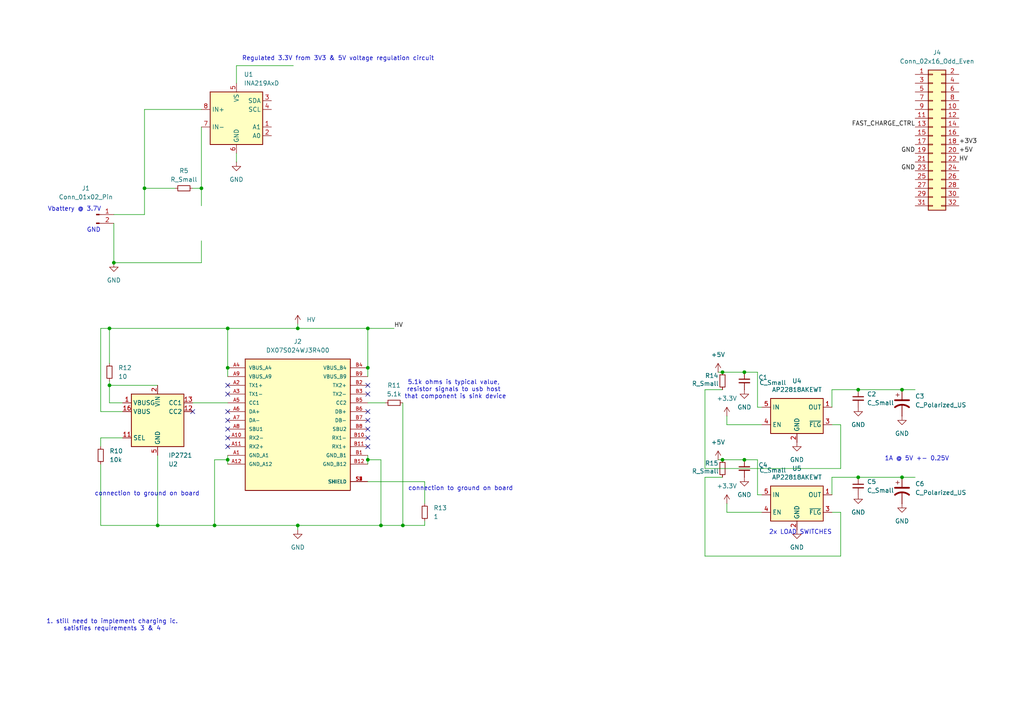
<source format=kicad_sch>
(kicad_sch (version 20250114) (generator "eeschema") (generator_version "9.0")
  (paper "A4")
  (lib_symbols
    (symbol "Connector:Conn_01x02_Pin" (pin_names (offset 1.016) (hide yes))
      (property "Reference" "J" (at 0 2.54 0))
      (property "Value" "Conn_01x02_Pin" (at 0 -5.08 0))
      (symbol "Conn_01x02_Pin_1_1"
        (rectangle (start 0.8636 0.127) (end 0 -0.127) (stroke (width 0.1524)) (fill (type outline)))
        (rectangle (start 0.8636 -2.413) (end 0 -2.667) (stroke (width 0.1524)) (fill (type outline)))
        (polyline (pts (xy 1.27 0) (xy 0.8636 0)) (stroke (width 0.1524)))
        (polyline (pts (xy 1.27 -2.54) (xy 0.8636 -2.54)) (stroke (width 0.1524)))
        (pin passive line (at 5.08 0 180) (length 3.81) (name "Pin_1") (number "1"))
        (pin passive line (at 5.08 -2.54 180) (length 3.81) (name "Pin_2") (number "2"))
      )
    )
    (symbol "Connector_Generic:Conn_02x16_Odd_Even" (pin_names (offset 1.016) (hide yes))
      (property "Reference" "J" (at 1.27 20.32 0))
      (property "Value" "Conn_02x16_Odd_Even" (at 1.27 -22.86 0))
      (symbol "Conn_02x16_Odd_Even_1_1"
        (rectangle (start -1.27 19.05) (end 3.81 -21.59) (stroke (width 0.254)) (fill (type background)))
        (rectangle (start -1.27 17.907) (end 0 17.653) (stroke (width 0.1524)))
        (rectangle (start -1.27 15.367) (end 0 15.113) (stroke (width 0.1524)))
        (rectangle (start -1.27 12.827) (end 0 12.573) (stroke (width 0.1524)))
        (rectangle (start -1.27 10.287) (end 0 10.033) (stroke (width 0.1524)))
        (rectangle (start -1.27 7.747) (end 0 7.493) (stroke (width 0.1524)))
        (rectangle (start -1.27 5.207) (end 0 4.953) (stroke (width 0.1524)))
        (rectangle (start -1.27 2.667) (end 0 2.413) (stroke (width 0.1524)))
        (rectangle (start -1.27 0.127) (end 0 -0.127) (stroke (width 0.1524)))
        (rectangle (start -1.27 -2.413) (end 0 -2.667) (stroke (width 0.1524)))
        (rectangle (start -1.27 -4.953) (end 0 -5.207) (stroke (width 0.1524)))
        (rectangle (start -1.27 -7.493) (end 0 -7.747) (stroke (width 0.1524)))
        (rectangle (start -1.27 -10.033) (end 0 -10.287) (stroke (width 0.1524)))
        (rectangle (start -1.27 -12.573) (end 0 -12.827) (stroke (width 0.1524)))
        (rectangle (start -1.27 -15.113) (end 0 -15.367) (stroke (width 0.1524)))
        (rectangle (start -1.27 -17.653) (end 0 -17.907) (stroke (width 0.1524)))
        (rectangle (start -1.27 -20.193) (end 0 -20.447) (stroke (width 0.1524)))
        (rectangle (start 3.81 17.907) (end 2.54 17.653) (stroke (width 0.1524)))
        (rectangle (start 3.81 15.367) (end 2.54 15.113) (stroke (width 0.1524)))
        (rectangle (start 3.81 12.827) (end 2.54 12.573) (stroke (width 0.1524)))
        (rectangle (start 3.81 10.287) (end 2.54 10.033) (stroke (width 0.1524)))
        (rectangle (start 3.81 7.747) (end 2.54 7.493) (stroke (width 0.1524)))
        (rectangle (start 3.81 5.207) (end 2.54 4.953) (stroke (width 0.1524)))
        (rectangle (start 3.81 2.667) (end 2.54 2.413) (stroke (width 0.1524)))
        (rectangle (start 3.81 0.127) (end 2.54 -0.127) (stroke (width 0.1524)))
        (rectangle (start 3.81 -2.413) (end 2.54 -2.667) (stroke (width 0.1524)))
        (rectangle (start 3.81 -4.953) (end 2.54 -5.207) (stroke (width 0.1524)))
        (rectangle (start 3.81 -7.493) (end 2.54 -7.747) (stroke (width 0.1524)))
        (rectangle (start 3.81 -10.033) (end 2.54 -10.287) (stroke (width 0.1524)))
        (rectangle (start 3.81 -12.573) (end 2.54 -12.827) (stroke (width 0.1524)))
        (rectangle (start 3.81 -15.113) (end 2.54 -15.367) (stroke (width 0.1524)))
        (rectangle (start 3.81 -17.653) (end 2.54 -17.907) (stroke (width 0.1524)))
        (rectangle (start 3.81 -20.193) (end 2.54 -20.447) (stroke (width 0.1524)))
        (pin passive line (at -5.08 17.78 0) (length 3.81) (name "Pin_1") (number "1"))
        (pin passive line (at -5.08 15.24 0) (length 3.81) (name "Pin_3") (number "3"))
        (pin passive line (at -5.08 12.7 0) (length 3.81) (name "Pin_5") (number "5"))
        (pin passive line (at -5.08 10.16 0) (length 3.81) (name "Pin_7") (number "7"))
        (pin passive line (at -5.08 7.62 0) (length 3.81) (name "Pin_9") (number "9"))
        (pin passive line (at -5.08 5.08 0) (length 3.81) (name "Pin_11") (number "11"))
        (pin passive line (at -5.08 2.54 0) (length 3.81) (name "Pin_13") (number "13"))
        (pin passive line (at -5.08 0 0) (length 3.81) (name "Pin_15") (number "15"))
        (pin passive line (at -5.08 -2.54 0) (length 3.81) (name "Pin_17") (number "17"))
        (pin passive line (at -5.08 -5.08 0) (length 3.81) (name "Pin_19") (number "19"))
        (pin passive line (at -5.08 -7.62 0) (length 3.81) (name "Pin_21") (number "21"))
        (pin passive line (at -5.08 -10.16 0) (length 3.81) (name "Pin_23") (number "23"))
        (pin passive line (at -5.08 -12.7 0) (length 3.81) (name "Pin_25") (number "25"))
        (pin passive line (at -5.08 -15.24 0) (length 3.81) (name "Pin_27") (number "27"))
        (pin passive line (at -5.08 -17.78 0) (length 3.81) (name "Pin_29") (number "29"))
        (pin passive line (at -5.08 -20.32 0) (length 3.81) (name "Pin_31") (number "31"))
        (pin passive line (at 7.62 17.78 180) (length 3.81) (name "Pin_2") (number "2"))
        (pin passive line (at 7.62 15.24 180) (length 3.81) (name "Pin_4") (number "4"))
        (pin passive line (at 7.62 12.7 180) (length 3.81) (name "Pin_6") (number "6"))
        (pin passive line (at 7.62 10.16 180) (length 3.81) (name "Pin_8") (number "8"))
        (pin passive line (at 7.62 7.62 180) (length 3.81) (name "Pin_10") (number "10"))
        (pin passive line (at 7.62 5.08 180) (length 3.81) (name "Pin_12") (number "12"))
        (pin passive line (at 7.62 2.54 180) (length 3.81) (name "Pin_14") (number "14"))
        (pin passive line (at 7.62 0 180) (length 3.81) (name "Pin_16") (number "16"))
        (pin passive line (at 7.62 -2.54 180) (length 3.81) (name "Pin_18") (number "18"))
        (pin passive line (at 7.62 -5.08 180) (length 3.81) (name "Pin_20") (number "20"))
        (pin passive line (at 7.62 -7.62 180) (length 3.81) (name "Pin_22") (number "22"))
        (pin passive line (at 7.62 -10.16 180) (length 3.81) (name "Pin_24") (number "24"))
        (pin passive line (at 7.62 -12.7 180) (length 3.81) (name "Pin_26") (number "26"))
        (pin passive line (at 7.62 -15.24 180) (length 3.81) (name "Pin_28") (number "28"))
        (pin passive line (at 7.62 -17.78 180) (length 3.81) (name "Pin_30") (number "30"))
        (pin passive line (at 7.62 -20.32 180) (length 3.81) (name "Pin_32") (number "32"))
      )
    )
    (symbol "DX07S024WJ3R400:DX07S024WJ3R400" (pin_names (offset 1.016))
      (property "Reference" "J" (at -15.24 21.082 0))
      (property "Value" "DX07S024WJ3R400" (at -15.24 -20.32 0))
      (symbol "DX07S024WJ3R400_0_0"
        (rectangle (start -15.24 -17.78) (end 15.24 20.32) (stroke (width 0.254)) (fill (type background)))
        (pin power_in line (at -20.32 17.78 0) (length 5.08) (name "VBUS_A4") (number "A4"))
        (pin power_in line (at -20.32 15.24 0) (length 5.08) (name "VBUS_A9") (number "A9"))
        (pin passive line (at -20.32 12.7 0) (length 5.08) (name "TX1+") (number "A2"))
        (pin passive line (at -20.32 10.16 0) (length 5.08) (name "TX1-") (number "A3"))
        (pin passive line (at -20.32 7.62 0) (length 5.08) (name "CC1") (number "A5"))
        (pin passive line (at -20.32 5.08 0) (length 5.08) (name "DA+") (number "A6"))
        (pin passive line (at -20.32 2.54 0) (length 5.08) (name "DA-") (number "A7"))
        (pin passive line (at -20.32 0 0) (length 5.08) (name "SBU1") (number "A8"))
        (pin passive line (at -20.32 -2.54 0) (length 5.08) (name "RX2-") (number "A10"))
        (pin passive line (at -20.32 -5.08 0) (length 5.08) (name "RX2+") (number "A11"))
        (pin power_in line (at -20.32 -7.62 0) (length 5.08) (name "GND_A1") (number "A1"))
        (pin power_in line (at -20.32 -10.16 0) (length 5.08) (name "GND_A12") (number "A12"))
        (pin power_in line (at 20.32 17.78 180) (length 5.08) (name "VBUS_B4") (number "B4"))
        (pin power_in line (at 20.32 15.24 180) (length 5.08) (name "VBUS_B9") (number "B9"))
        (pin passive line (at 20.32 12.7 180) (length 5.08) (name "TX2+") (number "B2"))
        (pin passive line (at 20.32 10.16 180) (length 5.08) (name "TX2-") (number "B3"))
        (pin passive line (at 20.32 7.62 180) (length 5.08) (name "CC2") (number "B5"))
        (pin passive line (at 20.32 5.08 180) (length 5.08) (name "DB+") (number "B6"))
        (pin passive line (at 20.32 2.54 180) (length 5.08) (name "DB-") (number "B7"))
        (pin passive line (at 20.32 0 180) (length 5.08) (name "SBU2") (number "B8"))
        (pin passive line (at 20.32 -2.54 180) (length 5.08) (name "RX1-") (number "B10"))
        (pin passive line (at 20.32 -5.08 180) (length 5.08) (name "RX1+") (number "B11"))
        (pin power_in line (at 20.32 -7.62 180) (length 5.08) (name "GND_B1") (number "B1"))
        (pin power_in line (at 20.32 -10.16 180) (length 5.08) (name "GND_B12") (number "B12"))
        (pin passive line (at 20.32 -15.24 180) (length 5.08) (name "SHIELD") (number "S1"))
        (pin passive line (at 20.32 -15.24 180) (length 5.08) (name "SHIELD") (number "S2"))
        (pin passive line (at 20.32 -15.24 180) (length 5.08) (name "SHIELD") (number "S3"))
        (pin passive line (at 20.32 -15.24 180) (length 5.08) (name "SHIELD") (number "S4"))
      )
    )
    (symbol "Device:C_Polarized_US" (pin_numbers (hide yes)) (pin_names (offset 0.254) (hide yes))
      (property "Reference" "C" (at 0.635 2.54 0))
      (property "Value" "C_Polarized_US" (at 0.635 -2.54 0))
      (symbol "C_Polarized_US_0_1"
        (polyline (pts (xy -2.032 0.762) (xy 2.032 0.762)) (stroke (width 0.508)))
        (polyline (pts (xy -1.778 2.286) (xy -0.762 2.286)))
        (polyline (pts (xy -1.27 1.778) (xy -1.27 2.794)))
        (arc (start -2.032 -1.27) (mid 0 -0.5572) (end 2.032 -1.27) (stroke (width 0.508)))
      )
      (symbol "C_Polarized_US_1_1"
        (pin passive line (at 0 3.81 270) (length 2.794) (name "~") (number "1"))
        (pin passive line (at 0 -3.81 90) (length 3.302) (name "~") (number "2"))
      )
    )
    (symbol "Device:C_Small" (pin_numbers (hide yes)) (pin_names (offset 0.254) (hide yes))
      (property "Reference" "C" (at 0.254 1.778 0))
      (property "Value" "C_Small" (at 0.254 -2.032 0))
      (symbol "C_Small_0_1"
        (polyline (pts (xy -1.524 0.508) (xy 1.524 0.508)) (stroke (width 0.3048)))
        (polyline (pts (xy -1.524 -0.508) (xy 1.524 -0.508)) (stroke (width 0.3302)))
      )
      (symbol "C_Small_1_1"
        (pin passive line (at 0 2.54 270) (length 2.032) (name "~") (number "1"))
        (pin passive line (at 0 -2.54 90) (length 2.032) (name "~") (number "2"))
      )
    )
    (symbol "Device:R_Small" (pin_numbers (hide yes)) (pin_names (offset 0.254) (hide yes))
      (property "Reference" "R" (at 0.762 0.508 0))
      (property "Value" "R_Small" (at 0.762 -1.016 0))
      (symbol "R_Small_0_1"
        (rectangle (start -0.762 1.778) (end 0.762 -1.778) (stroke (width 0.2032)))
      )
      (symbol "R_Small_1_1"
        (pin passive line (at 0 2.54 270) (length 0.762) (name "~") (number "1"))
        (pin passive line (at 0 -2.54 90) (length 0.762) (name "~") (number "2"))
      )
    )
    (symbol "Interface_USB:IP2721"
      (property "Reference" "U" (at 5.08 -10.16 0))
      (property "Value" "IP2721" (at 7.62 -12.7 0))
      (symbol "IP2721_0_1"
        (rectangle (start -7.62 7.62) (end 7.62 -7.62) (stroke (width 0.254)) (fill (type background)))
      )
      (symbol "IP2721_1_1"
        (pin bidirectional line (at -10.16 5.08 0) (length 2.54) (name "CC1") (number "13"))
        (pin bidirectional line (at -10.16 2.54 0) (length 2.54) (name "CC2") (number "12"))
        (pin no_connect line (at -7.62 -2.54 0) (length 2.54) (hide yes) (name "NC") (number "4"))
        (pin no_connect line (at -5.08 7.62 270) (length 2.54) (hide yes) (name "NC") (number "3"))
        (pin no_connect line (at -5.08 -7.62 90) (length 2.54) (hide yes) (name "NC") (number "9"))
        (pin no_connect line (at -2.54 7.62 270) (length 2.54) (hide yes) (name "NC") (number "6"))
        (pin no_connect line (at -2.54 -7.62 90) (length 2.54) (hide yes) (name "NC") (number "10"))
        (pin power_in line (at 0 10.16 270) (length 2.54) (name "VIN") (number "2"))
        (pin power_in line (at 0 -10.16 90) (length 2.54) (name "GND") (number "5"))
        (pin no_connect line (at 2.54 7.62 270) (length 2.54) (hide yes) (name "NC") (number "7"))
        (pin no_connect line (at 2.54 -7.62 90) (length 2.54) (hide yes) (name "NC") (number "14"))
        (pin no_connect line (at 5.08 7.62 270) (length 2.54) (hide yes) (name "NC") (number "8"))
        (pin no_connect line (at 5.08 -7.62 90) (length 2.54) (hide yes) (name "NC") (number "15"))
        (pin output line (at 10.16 5.08 180) (length 2.54) (name "VBUSG") (number "1"))
        (pin input line (at 10.16 2.54 180) (length 2.54) (name "VBUS") (number "16"))
        (pin input line (at 10.16 -5.08 180) (length 2.54) (name "SEL") (number "11"))
      )
    )
    (symbol "Power_Management:AP22818AKEWT"
      (property "Reference" "U" (at -7.62 -6.35 0))
      (property "Value" "AP22818AKEWT" (at -7.62 6.35 0))
      (symbol "AP22818AKEWT_0_1"
        (rectangle (start -7.62 5.08) (end 7.62 -5.08) (stroke (width 0.254)) (fill (type background)))
      )
      (symbol "AP22818AKEWT_1_1"
        (pin power_in line (at -10.16 2.54 0) (length 2.54) (name "IN") (number "5"))
        (pin input line (at -10.16 -2.54 0) (length 2.54) (name "EN") (number "4"))
        (pin power_in line (at 0 -7.62 90) (length 2.54) (name "GND") (number "2"))
        (pin power_out line (at 10.16 2.54 180) (length 2.54) (name "OUT") (number "1"))
        (pin open_collector line (at 10.16 -2.54 180) (length 2.54) (name "~{FLG}") (number "3"))
      )
    )
    (symbol "Sensor_Energy:INA219AxD"
      (property "Reference" "U" (at -6.35 8.89 0))
      (property "Value" "INA219AxD" (at 5.08 8.89 0))
      (symbol "INA219AxD_0_1"
        (rectangle (start -7.62 7.62) (end 7.62 -7.62) (stroke (width 0.254)) (fill (type background)))
      )
      (symbol "INA219AxD_1_1"
        (pin input line (at -10.16 2.54 0) (length 2.54) (name "IN+") (number "8"))
        (pin input line (at -10.16 -2.54 0) (length 2.54) (name "IN-") (number "7"))
        (pin power_in line (at 0 10.16 270) (length 2.54) (name "VS") (number "5"))
        (pin power_in line (at 0 -10.16 90) (length 2.54) (name "GND") (number "6"))
        (pin bidirectional line (at 10.16 5.08 180) (length 2.54) (name "SDA") (number "3"))
        (pin input line (at 10.16 2.54 180) (length 2.54) (name "SCL") (number "4"))
        (pin input line (at 10.16 -2.54 180) (length 2.54) (name "A1") (number "1"))
        (pin input line (at 10.16 -5.08 180) (length 2.54) (name "A0") (number "2"))
      )
    )
    (symbol "power:+3.3V" (power) (pin_numbers (hide yes)) (pin_names (offset 0) (hide yes))
      (property "Value" "+3.3V" (at 0 3.556 0))
      (symbol "+3.3V_0_1"
        (polyline (pts (xy -0.762 1.27) (xy 0 2.54)))
        (polyline (pts (xy 0 2.54) (xy 0.762 1.27)))
        (polyline (pts (xy 0 0) (xy 0 2.54)))
      )
      (symbol "+3.3V_1_1"
        (pin power_in line (at 0 0 90) (length 0) (name "~") (number "1"))
      )
    )
    (symbol "power:+5V" (power) (pin_numbers (hide yes)) (pin_names (offset 0) (hide yes))
      (property "Value" "+5V" (at 0 3.556 0))
      (symbol "+5V_0_1"
        (polyline (pts (xy -0.762 1.27) (xy 0 2.54)))
        (polyline (pts (xy 0 2.54) (xy 0.762 1.27)))
        (polyline (pts (xy 0 0) (xy 0 2.54)))
      )
      (symbol "+5V_1_1"
        (pin power_in line (at 0 0 90) (length 0) (name "~") (number "1"))
      )
    )
    (symbol "power:GND" (power) (pin_numbers (hide yes)) (pin_names (offset 0) (hide yes))
      (property "Value" "GND" (at 0 -3.81 0))
      (symbol "GND_0_1"
        (polyline (pts (xy 0 0) (xy 0 -1.27) (xy 1.27 -1.27) (xy 0 -2.54) (xy -1.27 -1.27) (xy 0 -1.27)))
      )
      (symbol "GND_1_1"
        (pin power_in line (at 0 0 270) (length 0) (name "~") (number "1"))
      )
    )
  )
  (text "GND" (at 27.178 66.802 0) (effects (font (size 1.27 1.27))))
  (text "connection to ground on board" (at 133.604 141.732 0) (effects (font (size 1.27 1.27))))
  (text "1A @ 5V +- 0.25V" (at 265.938 133.096 0) (effects (font (size 1.27 1.27))))
  (text "connection to ground on board" (at 42.672 143.256 0) (effects (font (size 1.27 1.27))))
  (text "Regulated 3.3V from 3V3 & 5V voltage regulation circuit" (at 98.044 17.018 0) (effects (font (size 1.27 1.27))))
  (text "Vbattery @ 3.7V" (at 21.59 60.706 0) (effects (font (size 1.27 1.27))))
  (text "1. still need to implement charging ic. \nsatisfies requirements 3 & 4 " (at 33.02 181.356 0) (effects (font (size 1.27 1.27))))
  (text "2x LOAD SWITCHES" (at 232.156 154.432 0) (effects (font (size 1.27 1.27))))
  (text "5.1k ohms is typical value, \nresistor signals to usb host \nthat component is sink device" (at 132.08 113.03 0) (effects (font (size 1.27 1.27))))
  (junction (at 66.04 106.68))
  (junction (at 209.55 107.95))
  (junction (at 41.91 54.61))
  (junction (at 215.9 133.35))
  (junction (at 106.68 133.35))
  (junction (at 261.62 138.43))
  (junction (at 31.75 95.25))
  (junction (at 31.75 111.76))
  (junction (at 116.84 152.4))
  (junction (at 66.04 133.35))
  (junction (at 58.42 54.61))
  (junction (at 62.23 152.4))
  (junction (at 106.68 106.68))
  (junction (at 66.04 95.25))
  (junction (at 86.36 95.25))
  (junction (at 33.02 76.2))
  (junction (at 106.68 95.25))
  (junction (at 86.36 152.4))
  (junction (at 248.92 113.03))
  (junction (at 261.62 113.03))
  (junction (at 248.92 138.43))
  (junction (at 45.72 152.4))
  (junction (at 215.9 107.95))
  (junction (at 209.55 133.35))
  (junction (at 110.49 152.4))
  (no_connect (at 66.04 121.92))
  (no_connect (at 55.88 119.38))
  (no_connect (at 106.68 127))
  (no_connect (at 106.68 121.92))
  (no_connect (at 106.68 111.76))
  (no_connect (at 66.04 124.46))
  (no_connect (at 66.04 114.3))
  (no_connect (at 106.68 124.46))
  (no_connect (at 66.04 119.38))
  (no_connect (at 66.04 129.54))
  (no_connect (at 106.68 119.38))
  (no_connect (at 106.68 114.3))
  (no_connect (at 66.04 127))
  (no_connect (at 66.04 111.76))
  (no_connect (at 106.68 129.54))
  (wire (pts (xy 45.72 132.08) (xy 45.72 152.4)))
  (wire (pts (xy 123.19 151.13) (xy 123.19 152.4)))
  (wire (pts (xy 86.36 152.4) (xy 110.49 152.4)))
  (wire (pts (xy 66.04 106.68) (xy 66.04 109.22)))
  (wire (pts (xy 219.71 107.95) (xy 219.71 118.11)))
  (wire (pts (xy 66.04 95.25) (xy 86.36 95.25)))
  (wire (pts (xy 110.49 133.35) (xy 106.68 133.35)))
  (wire (pts (xy 215.9 107.95) (xy 219.71 107.95)))
  (wire (pts (xy 33.02 64.77) (xy 33.02 76.2)))
  (wire (pts (xy 29.21 127) (xy 29.21 129.54)))
  (wire (pts (xy 209.55 107.95) (xy 215.9 107.95)))
  (wire (pts (xy 210.82 120.65) (xy 210.82 123.19)))
  (wire (pts (xy 58.42 54.61) (xy 55.88 54.61)))
  (wire (pts (xy 204.47 113.03) (xy 209.55 113.03)))
  (wire (pts (xy 123.19 152.4) (xy 116.84 152.4)))
  (wire (pts (xy 58.42 69.85) (xy 58.42 76.2)))
  (wire (pts (xy 106.68 133.35) (xy 106.68 134.62)))
  (wire (pts (xy 31.75 105.41) (xy 31.75 95.25)))
  (wire (pts (xy 210.82 146.05) (xy 210.82 148.59)))
  (wire (pts (xy 31.75 111.76) (xy 31.75 110.49)))
  (wire (pts (xy 243.84 123.19) (xy 243.84 135.89)))
  (wire (pts (xy 208.28 107.95) (xy 209.55 107.95)))
  (wire (pts (xy 106.68 106.68) (xy 106.68 109.22)))
  (wire (pts (xy 248.92 113.03) (xy 261.62 113.03)))
  (wire (pts (xy 116.84 116.84) (xy 116.84 152.4)))
  (wire (pts (xy 31.75 95.25) (xy 66.04 95.25)))
  (wire (pts (xy 31.75 111.76) (xy 45.72 111.76)))
  (wire (pts (xy 29.21 95.25) (xy 31.75 95.25)))
  (wire (pts (xy 210.82 148.59) (xy 220.98 148.59)))
  (wire (pts (xy 41.91 54.61) (xy 41.91 62.23)))
  (wire (pts (xy 243.84 148.59) (xy 243.84 161.29)))
  (wire (pts (xy 58.42 54.61) (xy 58.42 59.69)))
  (wire (pts (xy 86.36 93.98) (xy 86.36 95.25)))
  (wire (pts (xy 86.36 95.25) (xy 106.68 95.25)))
  (wire (pts (xy 243.84 135.89) (xy 204.47 135.89)))
  (wire (pts (xy 106.68 139.7) (xy 123.19 139.7)))
  (wire (pts (xy 204.47 161.29) (xy 204.47 138.43)))
  (wire (pts (xy 62.23 133.35) (xy 62.23 152.4)))
  (wire (pts (xy 106.68 95.25) (xy 114.3 95.25)))
  (wire (pts (xy 106.68 95.25) (xy 106.68 106.68)))
  (wire (pts (xy 261.62 138.43) (xy 265.43 138.43)))
  (wire (pts (xy 110.49 152.4) (xy 110.49 133.35)))
  (wire (pts (xy 248.92 138.43) (xy 261.62 138.43)))
  (wire (pts (xy 241.3 148.59) (xy 243.84 148.59)))
  (wire (pts (xy 241.3 118.11) (xy 241.3 113.03)))
  (wire (pts (xy 219.71 133.35) (xy 219.71 143.51)))
  (wire (pts (xy 31.75 116.84) (xy 31.75 111.76)))
  (wire (pts (xy 35.56 127) (xy 29.21 127)))
  (wire (pts (xy 66.04 95.25) (xy 66.04 106.68)))
  (wire (pts (xy 204.47 138.43) (xy 209.55 138.43)))
  (wire (pts (xy 215.9 133.35) (xy 219.71 133.35)))
  (wire (pts (xy 106.68 116.84) (xy 111.76 116.84)))
  (wire (pts (xy 29.21 134.62) (xy 29.21 152.4)))
  (wire (pts (xy 243.84 161.29) (xy 204.47 161.29)))
  (wire (pts (xy 66.04 133.35) (xy 66.04 134.62)))
  (wire (pts (xy 106.68 132.08) (xy 106.68 133.35)))
  (wire (pts (xy 55.88 116.84) (xy 66.04 116.84)))
  (wire (pts (xy 241.3 123.19) (xy 243.84 123.19)))
  (wire (pts (xy 33.02 76.2) (xy 58.42 76.2)))
  (wire (pts (xy 45.72 152.4) (xy 62.23 152.4)))
  (wire (pts (xy 29.21 119.38) (xy 29.21 95.25)))
  (wire (pts (xy 116.84 152.4) (xy 110.49 152.4)))
  (wire (pts (xy 210.82 123.19) (xy 220.98 123.19)))
  (wire (pts (xy 62.23 152.4) (xy 86.36 152.4)))
  (wire (pts (xy 66.04 133.35) (xy 62.23 133.35)))
  (wire (pts (xy 241.3 143.51) (xy 241.3 138.43)))
  (wire (pts (xy 41.91 54.61) (xy 50.8 54.61)))
  (wire (pts (xy 66.04 132.08) (xy 66.04 133.35)))
  (wire (pts (xy 35.56 119.38) (xy 29.21 119.38)))
  (wire (pts (xy 68.58 24.13) (xy 68.58 19.05)))
  (wire (pts (xy 241.3 113.03) (xy 248.92 113.03)))
  (wire (pts (xy 209.55 133.35) (xy 215.9 133.35)))
  (wire (pts (xy 261.62 113.03) (xy 265.43 113.03)))
  (wire (pts (xy 220.98 143.51) (xy 219.71 143.51)))
  (wire (pts (xy 33.02 62.23) (xy 41.91 62.23)))
  (wire (pts (xy 58.42 31.75) (xy 41.91 31.75)))
  (wire (pts (xy 35.56 116.84) (xy 31.75 116.84)))
  (wire (pts (xy 204.47 135.89) (xy 204.47 113.03)))
  (wire (pts (xy 208.28 133.35) (xy 209.55 133.35)))
  (wire (pts (xy 241.3 138.43) (xy 248.92 138.43)))
  (wire (pts (xy 58.42 36.83) (xy 58.42 54.61)))
  (wire (pts (xy 68.58 19.05) (xy 85.09 19.05)))
  (wire (pts (xy 29.21 152.4) (xy 45.72 152.4)))
  (wire (pts (xy 41.91 31.75) (xy 41.91 54.61)))
  (wire (pts (xy 220.98 118.11) (xy 219.71 118.11)))
  (wire (pts (xy 86.36 152.4) (xy 86.36 153.67)))
  (wire (pts (xy 123.19 139.7) (xy 123.19 146.05)))
  (wire (pts (xy 68.58 44.45) (xy 68.58 46.99)))
  (label "+3V3" (at 278.13 41.91 0))
  (label "HV" (at 114.3 95.25 0))
  (label "HV" (at 278.13 46.99 0))
  (label "GND" (at 265.43 49.53 180))
  (label "FAST_CHARGE_CTRL" (at 265.43 36.83 180))
  (label "+5V" (at 278.13 44.45 0))
  (label "GND" (at 265.43 44.45 180))
  (symbol (lib_id "power:+5V") (at 86.36 93.98 0) (unit 1)
    (property "Reference" "#PWR012" (effects (hide yes)))
    (property "Value" "HV" (at 88.9 92.7099 0) (effects (justify left)))
    (property "Description" "Power symbol creates a global label with name \"+5V\"" (effects (hide yes)))
  )
  (symbol (lib_id "power:+3.3V") (at 210.82 120.65 0) (unit 1)
    (property "Reference" "#PWR016" (effects (hide yes)))
    (property "Value" "+3.3V" (at 210.82 115.57 0))
    (property "Description" "Power symbol creates a global label with name \"+3.3V\"" (effects (hide yes)))
  )
  (symbol (lib_id "power:GND") (at 231.14 153.67 0) (unit 1)
    (property "Reference" "#PWR015" (effects (hide yes)))
    (property "Value" "GND" (at 231.14 158.75 0))
    (property "Description" "Power symbol creates a global label with name \"GND\" , ground" (effects (hide yes)))
  )
  (symbol (lib_id "Device:C_Polarized_US") (at 261.62 142.24 0) (unit 1)
    (property "Reference" "C6" (at 265.43 140.3349 0) (effects (justify left)))
    (property "Value" "C_Polarized_US" (at 265.43 142.8749 0) (effects (justify left)))
    (property "Description" "Polarized capacitor, US symbol" (effects (hide yes)))
  )
  (symbol (lib_id "Device:R_Small") (at 123.19 148.59 180) (unit 1)
    (property "Reference" "R13" (at 125.73 147.3199 0) (effects (justify right)))
    (property "Value" "1" (at 125.73 149.8599 0) (effects (justify right)))
    (property "Description" "Resistor, small symbol" (effects (hide yes)))
  )
  (symbol (lib_id "Power_Management:AP22818AKEWT") (at 231.14 120.65 0) (unit 1)
    (property "Reference" "U4" (at 231.14 110.49 0))
    (property "Value" "AP22818AKEWT" (at 231.14 113.03 0))
    (property "Footprint" "Package_TO_SOT_SMD:SOT-23-5" (effects (hide yes)))
    (property "Datasheet" "https://www.diodes.com/assets/Datasheets/AP22816_17_18.pdf" (effects (hide yes)))
    (property "Description" "Current limited 2.0A power switch, single channel, SOT-23-5" (effects (hide yes)))
  )
  (symbol (lib_id "power:GND") (at 248.92 118.11 0) (unit 1)
    (property "Reference" "#PWR020" (effects (hide yes)))
    (property "Value" "GND" (at 248.92 123.19 0))
    (property "Description" "Power symbol creates a global label with name \"GND\" , ground" (effects (hide yes)))
  )
  (symbol (lib_id "Device:C_Polarized_US") (at 261.62 116.84 0) (unit 1)
    (property "Reference" "C3" (at 265.43 114.9349 0) (effects (justify left)))
    (property "Value" "C_Polarized_US" (at 265.43 117.4749 0) (effects (justify left)))
    (property "Description" "Polarized capacitor, US symbol" (effects (hide yes)))
  )
  (symbol (lib_id "power:+3.3V") (at 210.82 146.05 0) (unit 1)
    (property "Reference" "#PWR017" (effects (hide yes)))
    (property "Value" "+3.3V" (at 210.82 140.97 0))
    (property "Description" "Power symbol creates a global label with name \"+3.3V\"" (effects (hide yes)))
  )
  (symbol (lib_id "power:GND") (at 261.62 146.05 0) (unit 1)
    (property "Reference" "#PWR024" (effects (hide yes)))
    (property "Value" "GND" (at 261.62 151.13 0))
    (property "Description" "Power symbol creates a global label with name \"GND\" , ground" (effects (hide yes)))
  )
  (symbol (lib_id "Device:R_Small") (at 209.55 135.89 0) (unit 1)
    (property "Reference" "R15" (at 204.47 134.366 0) (effects (justify left)))
    (property "Value" "R_Small" (at 200.66 136.652 0) (effects (justify left)))
    (property "Description" "Resistor, small symbol" (effects (hide yes)))
  )
  (symbol (lib_id "DX07S024WJ3R400:DX07S024WJ3R400") (at 86.36 124.46 0) (unit 1)
    (property "Reference" "J2" (at 86.36 99.06 0))
    (property "Value" "DX07S024WJ3R400" (at 86.36 101.6 0))
    (property "Footprint" "DX07S024WJ3R400:JAE_DX07S024WJ3R400" (effects (hide yes)))
    (property "MF" "JAE Electronics" (effects (hide yes)))
    (property "MAXIMUM_PACKAGE_HEIGHT" "10.2 mm" (effects (hide yes)))
    (property "Package" "None" (effects (hide yes)))
    (property "Price" "None" (effects (hide yes)))
    (property "Check_prices" "https://www.snapeda.com/parts/DX07S024WJ3R400/JAE+Electronics/view-part/?ref=eda" (effects (hide yes)))
    (property "STANDARD" "Manufacturer recommendations" (effects (hide yes)))
    (property "PARTREV" "3" (effects (hide yes)))
    (property "SnapEDA_Link" "https://www.snapeda.com/parts/DX07S024WJ3R400/JAE+Electronics/view-part/?ref=snap" (effects (hide yes)))
    (property "MP" "DX07S024WJ3R400" (effects (hide yes)))
    (property "Description_1" "USB-C (USB TYPE-C) USB 3.2 Gen 2 (USB 3.1 Gen 2, Superspeed + (USB 3.1)) Receptacle Connector 24 Position Surface Mount, Through Hole" (effects (hide yes)))
    (property "Availability" "In Stock" (effects (hide yes)))
    (property "MANUFACTURER" "JAE Electronics" (effects (hide yes)))
  )
  (symbol (lib_id "Device:C_Small") (at 215.9 110.49 0) (unit 1)
    (property "Reference" "C1" (at 219.964 109.474 0) (effects (justify left)))
    (property "Value" "C_Small" (at 220.218 110.998 0) (effects (justify left)))
    (property "Description" "Unpolarized capacitor, small symbol" (effects (hide yes)))
  )
  (symbol (lib_id "Connector:Conn_01x02_Pin") (at 27.94 62.23 0) (unit 1)
    (property "Reference" "J1" (at 24.892 54.61 0))
    (property "Value" "Conn_01x02_Pin" (at 24.892 57.15 0))
    (property "Description" "Generic connector, single row, 01x02, script generated" (effects (hide yes)))
  )
  (symbol (lib_id "Device:R_Small") (at 53.34 54.61 90) (unit 1)
    (property "Reference" "R5" (at 53.34 49.53 90))
    (property "Value" "R_Small" (at 53.34 52.07 90))
    (property "Description" "Resistor, small symbol" (effects (hide yes)))
  )
  (symbol (lib_id "power:GND") (at 248.92 143.51 0) (unit 1)
    (property "Reference" "#PWR023" (effects (hide yes)))
    (property "Value" "GND" (at 248.92 148.59 0))
    (property "Description" "Power symbol creates a global label with name \"GND\" , ground" (effects (hide yes)))
  )
  (symbol (lib_id "power:+5V") (at 208.28 107.95 0) (unit 1)
    (property "Reference" "#PWR018" (effects (hide yes)))
    (property "Value" "+5V" (at 208.28 102.87 0))
    (property "Description" "Power symbol creates a global label with name \"+5V\"" (effects (hide yes)))
  )
  (symbol (lib_id "Device:R_Small") (at 114.3 116.84 90) (unit 1)
    (property "Reference" "R11" (at 114.3 111.76 90))
    (property "Value" "5.1k" (at 114.3 114.3 90))
    (property "Description" "Resistor, small symbol" (effects (hide yes)))
  )
  (symbol (lib_id "Device:C_Small") (at 248.92 140.97 0) (unit 1)
    (property "Reference" "C5" (at 251.46 139.7062 0) (effects (justify left)))
    (property "Value" "C_Small" (at 251.46 142.2462 0) (effects (justify left)))
    (property "Description" "Unpolarized capacitor, small symbol" (effects (hide yes)))
  )
  (symbol (lib_id "power:GND") (at 215.9 113.03 0) (unit 1)
    (property "Reference" "#PWR019" (effects (hide yes)))
    (property "Value" "GND" (at 215.9 118.11 0))
    (property "Description" "Power symbol creates a global label with name \"GND\" , ground" (effects (hide yes)))
  )
  (symbol (lib_id "Connector_Generic:Conn_02x16_Odd_Even") (at 270.51 39.37 0) (unit 1)
    (property "Reference" "J4" (at 271.78 15.24 0))
    (property "Value" "Conn_02x16_Odd_Even" (at 271.78 17.78 0))
    (property "Description" "Generic connector, double row, 02x16, odd/even pin numbering scheme (row 1 odd numbers, row 2 even numbers), script generated (kicad-library-utils/schlib/autogen/connector/)" (effects (hide yes)))
  )
  (symbol (lib_id "Device:R_Small") (at 31.75 107.95 0) (unit 1)
    (property "Reference" "R12" (at 34.29 106.6799 0) (effects (justify left)))
    (property "Value" "10" (at 34.29 109.2199 0) (effects (justify left)))
    (property "Description" "Resistor, small symbol" (effects (hide yes)))
  )
  (symbol (lib_id "power:GND") (at 86.36 153.67 0) (unit 1)
    (property "Reference" "#PWR013" (effects (hide yes)))
    (property "Value" "GND" (at 86.36 158.75 0))
    (property "Description" "Power symbol creates a global label with name \"GND\" , ground" (effects (hide yes)))
  )
  (symbol (lib_id "Power_Management:AP22818AKEWT") (at 231.14 146.05 0) (unit 1)
    (property "Reference" "U5" (at 231.14 135.89 0))
    (property "Value" "AP22818AKEWT" (at 231.14 138.43 0))
    (property "Footprint" "Package_TO_SOT_SMD:SOT-23-5" (effects (hide yes)))
    (property "Datasheet" "https://www.diodes.com/assets/Datasheets/AP22816_17_18.pdf" (effects (hide yes)))
    (property "Description" "Current limited 2.0A power switch, single channel, SOT-23-5" (effects (hide yes)))
  )
  (symbol (lib_id "power:GND") (at 33.02 76.2 0) (unit 1)
    (property "Reference" "#PWR05" (effects (hide yes)))
    (property "Value" "GND" (at 33.02 81.28 0))
    (property "Description" "Power symbol creates a global label with name \"GND\" , ground" (effects (hide yes)))
  )
  (symbol (lib_id "Device:C_Small") (at 248.92 115.57 0) (unit 1)
    (property "Reference" "C2" (at 251.46 114.3062 0) (effects (justify left)))
    (property "Value" "C_Small" (at 251.46 116.8462 0) (effects (justify left)))
    (property "Description" "Unpolarized capacitor, small symbol" (effects (hide yes)))
  )
  (symbol (lib_id "power:GND") (at 231.14 128.27 0) (unit 1)
    (property "Reference" "#PWR014" (effects (hide yes)))
    (property "Value" "GND" (at 231.14 133.35 0))
    (property "Description" "Power symbol creates a global label with name \"GND\" , ground" (effects (hide yes)))
  )
  (symbol (lib_id "Interface_USB:IP2721") (at 45.72 121.92 0) (mirror y) (unit 1)
    (property "Reference" "U2" (at 48.8381 134.62 0) (effects (justify right)))
    (property "Value" "IP2721" (at 48.8381 132.08 0) (effects (justify right)))
    (property "Footprint" "Package_SO:TSSOP-16_4.4x5mm_P0.65mm" (effects (hide yes)))
    (property "Datasheet" "https://datasheet.lcsc.com/lcsc/2006111335_INJOINIC-IP2721_C603176.pdf" (effects (hide yes)))
    (property "Description" "USB TYPEC  PD Controller Interface, TSSOP-16" (effects (hide yes)))
  )
  (symbol (lib_id "power:GND") (at 68.58 46.99 0) (unit 1)
    (property "Reference" "#PWR06" (effects (hide yes)))
    (property "Value" "GND" (at 68.58 52.07 0))
    (property "Description" "Power symbol creates a global label with name \"GND\" , ground" (effects (hide yes)))
  )
  (symbol (lib_id "power:GND") (at 215.9 138.43 0) (unit 1)
    (property "Reference" "#PWR022" (effects (hide yes)))
    (property "Value" "GND" (at 215.9 143.51 0))
    (property "Description" "Power symbol creates a global label with name \"GND\" , ground" (effects (hide yes)))
  )
  (symbol (lib_id "Device:R_Small") (at 29.21 132.08 0) (unit 1)
    (property "Reference" "R10" (at 31.75 130.8099 0) (effects (justify left)))
    (property "Value" "10k" (at 31.75 133.3499 0) (effects (justify left)))
    (property "Description" "Resistor, small symbol" (effects (hide yes)))
  )
  (symbol (lib_id "Sensor_Energy:INA219AxD") (at 68.58 34.29 0) (unit 1)
    (property "Reference" "U1" (at 70.7233 21.59 0) (effects (justify left)))
    (property "Value" "INA219AxD" (at 70.7233 24.13 0) (effects (justify left)))
    (property "Footprint" "Package_SO:SOIC-8_3.9x4.9mm_P1.27mm" (effects (hide yes)))
    (property "Datasheet" "http://www.ti.com/lit/ds/symlink/ina219.pdf" (effects (hide yes)))
    (property "Description" "Zero-Drift, Bidirectional Current/Power Monitor (0-26V) With I2C Interface, SOIC-8" (effects (hide yes)))
  )
  (symbol (lib_id "Device:R_Small") (at 209.55 110.49 0) (unit 1)
    (property "Reference" "R14" (at 204.47 108.966 0) (effects (justify left)))
    (property "Value" "R_Small" (at 200.66 111.252 0) (effects (justify left)))
    (property "Description" "Resistor, small symbol" (effects (hide yes)))
  )
  (symbol (lib_id "power:+5V") (at 208.28 133.35 0) (unit 1)
    (property "Reference" "#PWR021" (effects (hide yes)))
    (property "Value" "+5V" (at 208.28 128.27 0))
    (property "Description" "Power symbol creates a global label with name \"+5V\"" (effects (hide yes)))
  )
  (symbol (lib_id "Device:C_Small") (at 215.9 135.89 0) (unit 1)
    (property "Reference" "C4" (at 219.964 134.874 0) (effects (justify left)))
    (property "Value" "C_Small" (at 220.218 136.398 0) (effects (justify left)))
    (property "Description" "Unpolarized capacitor, small symbol" (effects (hide yes)))
  )
  (symbol (lib_id "power:GND") (at 261.62 120.65 0) (unit 1)
    (property "Reference" "#PWR01" (effects (hide yes)))
    (property "Value" "GND" (at 261.62 125.73 0))
    (property "Description" "Power symbol creates a global label with name \"GND\" , ground" (effects (hide yes)))
  )
)
</source>
